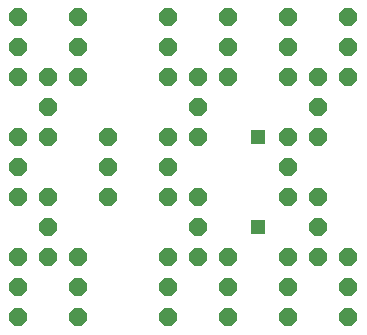
<source format=gbs>
G75*
%MOIN*%
%OFA0B0*%
%FSLAX25Y25*%
%IPPOS*%
%LPD*%
%AMOC8*
5,1,8,0,0,1.08239X$1,22.5*
%
%ADD10OC8,0.05950*%
%ADD11R,0.04762X0.04762*%
D10*
X0049589Y0017738D03*
X0049589Y0027738D03*
X0049589Y0037738D03*
X0059589Y0037738D03*
X0069589Y0037738D03*
X0069589Y0027738D03*
X0069589Y0017738D03*
X0099589Y0017738D03*
X0099589Y0027738D03*
X0099589Y0037738D03*
X0109589Y0037738D03*
X0119589Y0037738D03*
X0119589Y0027738D03*
X0119589Y0017738D03*
X0139589Y0017738D03*
X0139589Y0027738D03*
X0139589Y0037738D03*
X0149589Y0037738D03*
X0159589Y0037738D03*
X0159589Y0027738D03*
X0159589Y0017738D03*
X0149589Y0047738D03*
X0149589Y0057738D03*
X0139589Y0057738D03*
X0139589Y0067738D03*
X0139589Y0077738D03*
X0149589Y0077738D03*
X0149589Y0087738D03*
X0149589Y0097738D03*
X0159589Y0097738D03*
X0159589Y0107738D03*
X0159589Y0117738D03*
X0139589Y0117738D03*
X0139589Y0107738D03*
X0139589Y0097738D03*
X0119589Y0097738D03*
X0109589Y0097738D03*
X0099589Y0097738D03*
X0099589Y0107738D03*
X0099589Y0117738D03*
X0119589Y0117738D03*
X0119589Y0107738D03*
X0109589Y0087738D03*
X0109589Y0077738D03*
X0099589Y0077738D03*
X0099589Y0067738D03*
X0099589Y0057738D03*
X0109589Y0057738D03*
X0109589Y0047738D03*
X0079589Y0057738D03*
X0079589Y0067738D03*
X0079589Y0077738D03*
X0059589Y0077738D03*
X0049589Y0077738D03*
X0049589Y0067738D03*
X0049589Y0057738D03*
X0059589Y0057738D03*
X0059589Y0047738D03*
X0059589Y0087738D03*
X0059589Y0097738D03*
X0069589Y0097738D03*
X0069589Y0107738D03*
X0069589Y0117738D03*
X0049589Y0117738D03*
X0049589Y0107738D03*
X0049589Y0097738D03*
D11*
X0129589Y0077738D03*
X0129589Y0047738D03*
M02*

</source>
